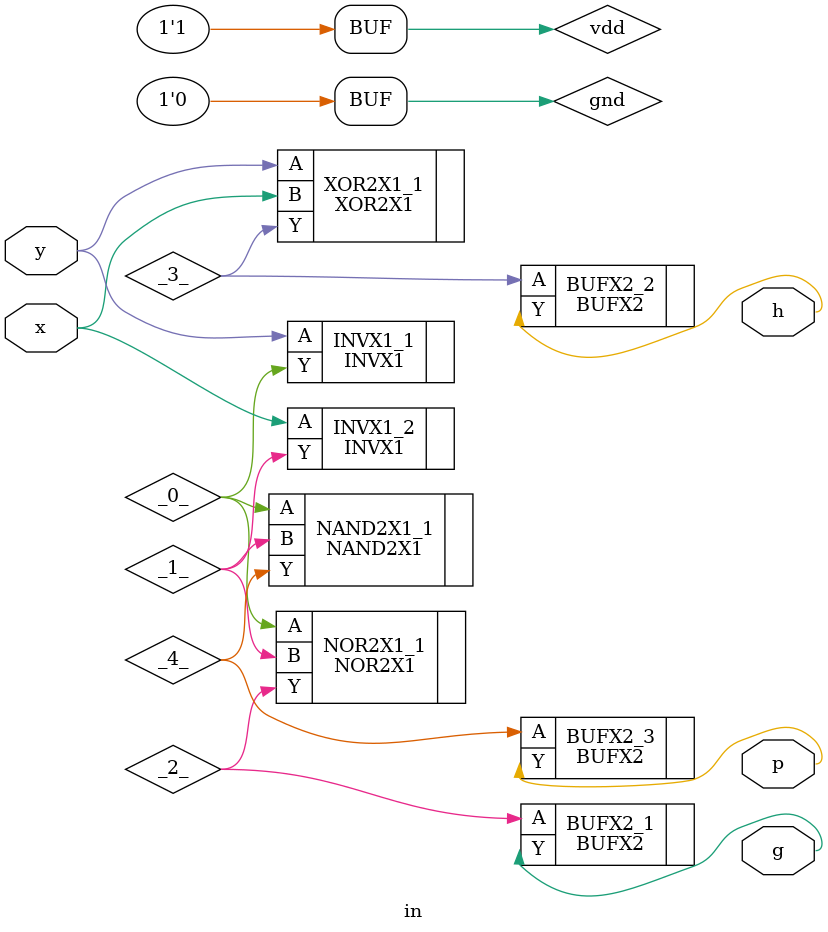
<source format=v>
module in (x, y, g, p, h);

input x;
input y;
output g;
output p;
output h;

wire vdd = 1'b1;
wire gnd = 1'b0;

BUFX2 BUFX2_1 ( .A(_2_), .Y(g) );
BUFX2 BUFX2_2 ( .A(_3_), .Y(h) );
BUFX2 BUFX2_3 ( .A(_4_), .Y(p) );
INVX1 INVX1_1 ( .A(y), .Y(_0_) );
INVX1 INVX1_2 ( .A(x), .Y(_1_) );
NOR2X1 NOR2X1_1 ( .A(_0_), .B(_1_), .Y(_2_) );
NAND2X1 NAND2X1_1 ( .A(_0_), .B(_1_), .Y(_4_) );
XOR2X1 XOR2X1_1 ( .A(y), .B(x), .Y(_3_) );
endmodule

</source>
